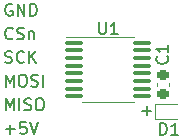
<source format=gbr>
%TF.GenerationSoftware,KiCad,Pcbnew,(6.0.9)*%
%TF.CreationDate,2023-01-09T21:32:37-09:00*%
%TF.ProjectId,ABSIS_Hall_Sensor,41425349-535f-4486-916c-6c5f53656e73,rev?*%
%TF.SameCoordinates,Original*%
%TF.FileFunction,Legend,Top*%
%TF.FilePolarity,Positive*%
%FSLAX46Y46*%
G04 Gerber Fmt 4.6, Leading zero omitted, Abs format (unit mm)*
G04 Created by KiCad (PCBNEW (6.0.9)) date 2023-01-09 21:32:37*
%MOMM*%
%LPD*%
G01*
G04 APERTURE LIST*
G04 Aperture macros list*
%AMRoundRect*
0 Rectangle with rounded corners*
0 $1 Rounding radius*
0 $2 $3 $4 $5 $6 $7 $8 $9 X,Y pos of 4 corners*
0 Add a 4 corners polygon primitive as box body*
4,1,4,$2,$3,$4,$5,$6,$7,$8,$9,$2,$3,0*
0 Add four circle primitives for the rounded corners*
1,1,$1+$1,$2,$3*
1,1,$1+$1,$4,$5*
1,1,$1+$1,$6,$7*
1,1,$1+$1,$8,$9*
0 Add four rect primitives between the rounded corners*
20,1,$1+$1,$2,$3,$4,$5,0*
20,1,$1+$1,$4,$5,$6,$7,0*
20,1,$1+$1,$6,$7,$8,$9,0*
20,1,$1+$1,$8,$9,$2,$3,0*%
G04 Aperture macros list end*
%ADD10C,0.150000*%
%ADD11C,0.120000*%
%ADD12O,1.750000X1.200000*%
%ADD13RoundRect,0.249999X0.625001X-0.350001X0.625001X0.350001X-0.625001X0.350001X-0.625001X-0.350001X0*%
%ADD14RoundRect,0.100000X-0.637500X-0.100000X0.637500X-0.100000X0.637500X0.100000X-0.637500X0.100000X0*%
%ADD15R,0.600000X0.700000*%
%ADD16RoundRect,0.225000X0.250000X-0.225000X0.250000X0.225000X-0.250000X0.225000X-0.250000X-0.225000X0*%
%ADD17C,2.500000*%
G04 APERTURE END LIST*
D10*
X15887500Y-13500428D02*
X16649404Y-13500428D01*
X16268452Y-13881380D02*
X16268452Y-13119476D01*
X4859404Y-4500000D02*
X4764166Y-4452380D01*
X4621309Y-4452380D01*
X4478452Y-4500000D01*
X4383214Y-4595238D01*
X4335595Y-4690476D01*
X4287976Y-4880952D01*
X4287976Y-5023809D01*
X4335595Y-5214285D01*
X4383214Y-5309523D01*
X4478452Y-5404761D01*
X4621309Y-5452380D01*
X4716547Y-5452380D01*
X4859404Y-5404761D01*
X4907023Y-5357142D01*
X4907023Y-5023809D01*
X4716547Y-5023809D01*
X5335595Y-5452380D02*
X5335595Y-4452380D01*
X5907023Y-5452380D01*
X5907023Y-4452380D01*
X6383214Y-5452380D02*
X6383214Y-4452380D01*
X6621309Y-4452380D01*
X6764166Y-4500000D01*
X6859404Y-4595238D01*
X6907023Y-4690476D01*
X6954642Y-4880952D01*
X6954642Y-5023809D01*
X6907023Y-5214285D01*
X6859404Y-5309523D01*
X6764166Y-5404761D01*
X6621309Y-5452380D01*
X6383214Y-5452380D01*
X4907023Y-7357142D02*
X4859404Y-7404761D01*
X4716547Y-7452380D01*
X4621309Y-7452380D01*
X4478452Y-7404761D01*
X4383214Y-7309523D01*
X4335595Y-7214285D01*
X4287976Y-7023809D01*
X4287976Y-6880952D01*
X4335595Y-6690476D01*
X4383214Y-6595238D01*
X4478452Y-6500000D01*
X4621309Y-6452380D01*
X4716547Y-6452380D01*
X4859404Y-6500000D01*
X4907023Y-6547619D01*
X5287976Y-7404761D02*
X5430833Y-7452380D01*
X5668928Y-7452380D01*
X5764166Y-7404761D01*
X5811785Y-7357142D01*
X5859404Y-7261904D01*
X5859404Y-7166666D01*
X5811785Y-7071428D01*
X5764166Y-7023809D01*
X5668928Y-6976190D01*
X5478452Y-6928571D01*
X5383214Y-6880952D01*
X5335595Y-6833333D01*
X5287976Y-6738095D01*
X5287976Y-6642857D01*
X5335595Y-6547619D01*
X5383214Y-6500000D01*
X5478452Y-6452380D01*
X5716547Y-6452380D01*
X5859404Y-6500000D01*
X6287976Y-6785714D02*
X6287976Y-7452380D01*
X6287976Y-6880952D02*
X6335595Y-6833333D01*
X6430833Y-6785714D01*
X6573690Y-6785714D01*
X6668928Y-6833333D01*
X6716547Y-6928571D01*
X6716547Y-7452380D01*
X4287976Y-9404761D02*
X4430833Y-9452380D01*
X4668928Y-9452380D01*
X4764166Y-9404761D01*
X4811785Y-9357142D01*
X4859404Y-9261904D01*
X4859404Y-9166666D01*
X4811785Y-9071428D01*
X4764166Y-9023809D01*
X4668928Y-8976190D01*
X4478452Y-8928571D01*
X4383214Y-8880952D01*
X4335595Y-8833333D01*
X4287976Y-8738095D01*
X4287976Y-8642857D01*
X4335595Y-8547619D01*
X4383214Y-8500000D01*
X4478452Y-8452380D01*
X4716547Y-8452380D01*
X4859404Y-8500000D01*
X5859404Y-9357142D02*
X5811785Y-9404761D01*
X5668928Y-9452380D01*
X5573690Y-9452380D01*
X5430833Y-9404761D01*
X5335595Y-9309523D01*
X5287976Y-9214285D01*
X5240357Y-9023809D01*
X5240357Y-8880952D01*
X5287976Y-8690476D01*
X5335595Y-8595238D01*
X5430833Y-8500000D01*
X5573690Y-8452380D01*
X5668928Y-8452380D01*
X5811785Y-8500000D01*
X5859404Y-8547619D01*
X6287976Y-9452380D02*
X6287976Y-8452380D01*
X6859404Y-9452380D02*
X6430833Y-8880952D01*
X6859404Y-8452380D02*
X6287976Y-9023809D01*
X4335595Y-11452380D02*
X4335595Y-10452380D01*
X4668928Y-11166666D01*
X5002261Y-10452380D01*
X5002261Y-11452380D01*
X5668928Y-10452380D02*
X5859404Y-10452380D01*
X5954642Y-10500000D01*
X6049880Y-10595238D01*
X6097500Y-10785714D01*
X6097500Y-11119047D01*
X6049880Y-11309523D01*
X5954642Y-11404761D01*
X5859404Y-11452380D01*
X5668928Y-11452380D01*
X5573690Y-11404761D01*
X5478452Y-11309523D01*
X5430833Y-11119047D01*
X5430833Y-10785714D01*
X5478452Y-10595238D01*
X5573690Y-10500000D01*
X5668928Y-10452380D01*
X6478452Y-11404761D02*
X6621309Y-11452380D01*
X6859404Y-11452380D01*
X6954642Y-11404761D01*
X7002261Y-11357142D01*
X7049880Y-11261904D01*
X7049880Y-11166666D01*
X7002261Y-11071428D01*
X6954642Y-11023809D01*
X6859404Y-10976190D01*
X6668928Y-10928571D01*
X6573690Y-10880952D01*
X6526071Y-10833333D01*
X6478452Y-10738095D01*
X6478452Y-10642857D01*
X6526071Y-10547619D01*
X6573690Y-10500000D01*
X6668928Y-10452380D01*
X6907023Y-10452380D01*
X7049880Y-10500000D01*
X7478452Y-11452380D02*
X7478452Y-10452380D01*
X4335595Y-13452380D02*
X4335595Y-12452380D01*
X4668928Y-13166666D01*
X5002261Y-12452380D01*
X5002261Y-13452380D01*
X5478452Y-13452380D02*
X5478452Y-12452380D01*
X5907023Y-13404761D02*
X6049880Y-13452380D01*
X6287976Y-13452380D01*
X6383214Y-13404761D01*
X6430833Y-13357142D01*
X6478452Y-13261904D01*
X6478452Y-13166666D01*
X6430833Y-13071428D01*
X6383214Y-13023809D01*
X6287976Y-12976190D01*
X6097500Y-12928571D01*
X6002261Y-12880952D01*
X5954642Y-12833333D01*
X5907023Y-12738095D01*
X5907023Y-12642857D01*
X5954642Y-12547619D01*
X6002261Y-12500000D01*
X6097500Y-12452380D01*
X6335595Y-12452380D01*
X6478452Y-12500000D01*
X7097500Y-12452380D02*
X7287976Y-12452380D01*
X7383214Y-12500000D01*
X7478452Y-12595238D01*
X7526071Y-12785714D01*
X7526071Y-13119047D01*
X7478452Y-13309523D01*
X7383214Y-13404761D01*
X7287976Y-13452380D01*
X7097500Y-13452380D01*
X7002261Y-13404761D01*
X6907023Y-13309523D01*
X6859404Y-13119047D01*
X6859404Y-12785714D01*
X6907023Y-12595238D01*
X7002261Y-12500000D01*
X7097500Y-12452380D01*
X4335595Y-15071428D02*
X5097500Y-15071428D01*
X4716547Y-15452380D02*
X4716547Y-14690476D01*
X6049880Y-14452380D02*
X5573690Y-14452380D01*
X5526071Y-14928571D01*
X5573690Y-14880952D01*
X5668928Y-14833333D01*
X5907023Y-14833333D01*
X6002261Y-14880952D01*
X6049880Y-14928571D01*
X6097500Y-15023809D01*
X6097500Y-15261904D01*
X6049880Y-15357142D01*
X6002261Y-15404761D01*
X5907023Y-15452380D01*
X5668928Y-15452380D01*
X5573690Y-15404761D01*
X5526071Y-15357142D01*
X6383214Y-14452380D02*
X6716547Y-15452380D01*
X7049880Y-14452380D01*
%TO.C,U1*%
X12238095Y-6002380D02*
X12238095Y-6811904D01*
X12285714Y-6907142D01*
X12333333Y-6954761D01*
X12428571Y-7002380D01*
X12619047Y-7002380D01*
X12714285Y-6954761D01*
X12761904Y-6907142D01*
X12809523Y-6811904D01*
X12809523Y-6002380D01*
X13809523Y-7002380D02*
X13238095Y-7002380D01*
X13523809Y-7002380D02*
X13523809Y-6002380D01*
X13428571Y-6145238D01*
X13333333Y-6240476D01*
X13238095Y-6288095D01*
%TO.C,D1*%
X17389904Y-15532380D02*
X17389904Y-14532380D01*
X17628000Y-14532380D01*
X17770857Y-14580000D01*
X17866095Y-14675238D01*
X17913714Y-14770476D01*
X17961333Y-14960952D01*
X17961333Y-15103809D01*
X17913714Y-15294285D01*
X17866095Y-15389523D01*
X17770857Y-15484761D01*
X17628000Y-15532380D01*
X17389904Y-15532380D01*
X18913714Y-15532380D02*
X18342285Y-15532380D01*
X18628000Y-15532380D02*
X18628000Y-14532380D01*
X18532761Y-14675238D01*
X18437523Y-14770476D01*
X18342285Y-14818095D01*
%TO.C,C1*%
X17977142Y-8896666D02*
X18024761Y-8944285D01*
X18072380Y-9087142D01*
X18072380Y-9182380D01*
X18024761Y-9325238D01*
X17929523Y-9420476D01*
X17834285Y-9468095D01*
X17643809Y-9515714D01*
X17500952Y-9515714D01*
X17310476Y-9468095D01*
X17215238Y-9420476D01*
X17120000Y-9325238D01*
X17072380Y-9182380D01*
X17072380Y-9087142D01*
X17120000Y-8944285D01*
X17167619Y-8896666D01*
X18072380Y-7944285D02*
X18072380Y-8515714D01*
X18072380Y-8230000D02*
X17072380Y-8230000D01*
X17215238Y-8325238D01*
X17310476Y-8420476D01*
X17358095Y-8515714D01*
D11*
%TO.C,U1*%
X13000000Y-12735000D02*
X15200000Y-12735000D01*
X13000000Y-12735000D02*
X10800000Y-12735000D01*
X13000000Y-7265000D02*
X15200000Y-7265000D01*
X13000000Y-7265000D02*
X9400000Y-7265000D01*
%TO.C,D1*%
X16978000Y-12956000D02*
X16978000Y-14156000D01*
X18828000Y-12956000D02*
X16978000Y-12956000D01*
X18828000Y-14156000D02*
X16978000Y-14156000D01*
%TO.C,C1*%
X17110000Y-11410580D02*
X17110000Y-11129420D01*
X18130000Y-11410580D02*
X18130000Y-11129420D01*
%TD*%
%LPC*%
D12*
%TO.C,J1*%
X3000000Y-5000000D03*
X3000000Y-7000000D03*
X3000000Y-9000000D03*
X3000000Y-11000000D03*
X3000000Y-13000000D03*
D13*
X3000000Y-15000000D03*
%TD*%
D14*
%TO.C,U1*%
X15862500Y-7725000D03*
X15862500Y-8375000D03*
X15862500Y-9025000D03*
X15862500Y-9675000D03*
X15862500Y-10325000D03*
X15862500Y-10975000D03*
X15862500Y-11625000D03*
X15862500Y-12275000D03*
X10137500Y-12275000D03*
X10137500Y-11625000D03*
X10137500Y-10975000D03*
X10137500Y-10325000D03*
X10137500Y-9675000D03*
X10137500Y-9025000D03*
X10137500Y-8375000D03*
X10137500Y-7725000D03*
%TD*%
D15*
%TO.C,D1*%
X17428000Y-13556000D03*
X18828000Y-13556000D03*
%TD*%
D16*
%TO.C,C1*%
X17620000Y-10495000D03*
X17620000Y-12045000D03*
%TD*%
D17*
%TO.C,H2*%
X9000000Y-17000000D03*
%TD*%
%TO.C,H1*%
X9000000Y-3000000D03*
%TD*%
%TO.C,H4*%
X17000000Y-3000000D03*
%TD*%
%TO.C,H3*%
X17000000Y-17000000D03*
%TD*%
M02*

</source>
